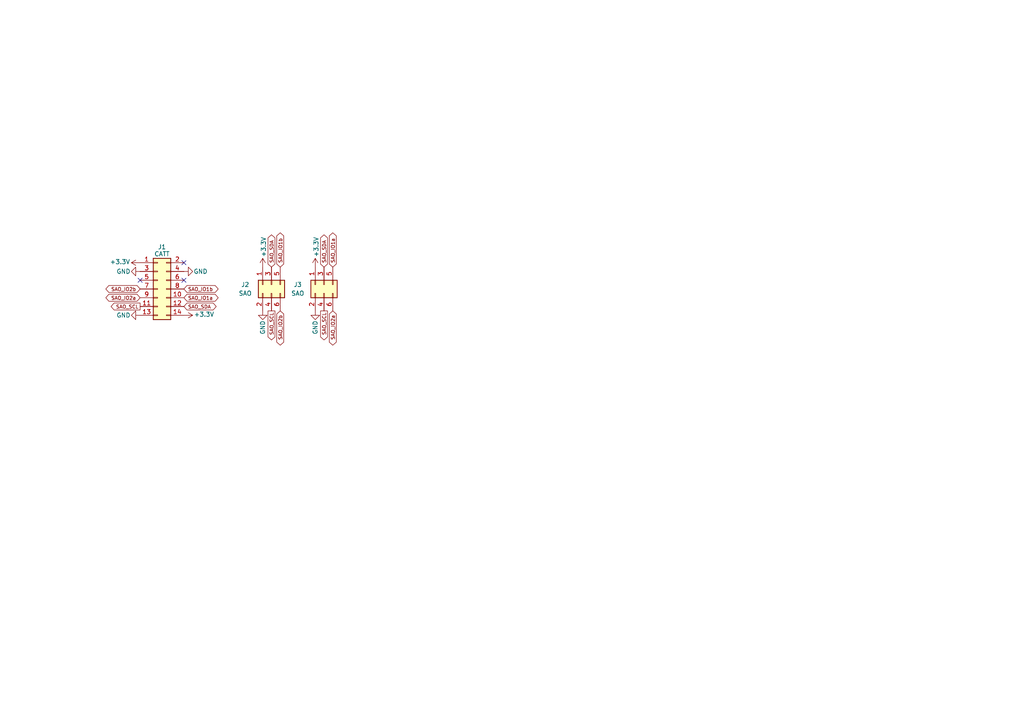
<source format=kicad_sch>
(kicad_sch (version 20250114) (generator "eeschema") (generator_version "9.0")
  (paper "A4")
  (title_block (title "CATT to SAO") (date "2024-11-12") (rev "0.1") (company "Nicolai Electronics") (comment 1 "License: CERN-OHL-P") (comment 2 "Copyright © 2025 Nicolai Electronics"))
  (lib_symbols
    (symbol "Connector_Generic:Conn_02x03_Odd_Even" (pin_names (offset 1.016) (hide yes))
      (property "Reference" "J" (at 1.27 5.08 0))
      (property "Value" "Conn_02x03_Odd_Even" (at 1.27 -5.08 0))
      (symbol "Conn_02x03_Odd_Even_1_1"
        (rectangle (start -1.27 3.81) (end 3.81 -3.81) (stroke (width 0.254)) (fill (type background)))
        (rectangle (start -1.27 2.667) (end 0 2.413) (stroke (width 0.1524)))
        (rectangle (start -1.27 0.127) (end 0 -0.127) (stroke (width 0.1524)))
        (rectangle (start -1.27 -2.413) (end 0 -2.667) (stroke (width 0.1524)))
        (rectangle (start 3.81 2.667) (end 2.54 2.413) (stroke (width 0.1524)))
        (rectangle (start 3.81 0.127) (end 2.54 -0.127) (stroke (width 0.1524)))
        (rectangle (start 3.81 -2.413) (end 2.54 -2.667) (stroke (width 0.1524)))
        (pin passive line (at -5.08 2.54 0) (length 3.81) (name "Pin_1") (number "1"))
        (pin passive line (at -5.08 0 0) (length 3.81) (name "Pin_3") (number "3"))
        (pin passive line (at -5.08 -2.54 0) (length 3.81) (name "Pin_5") (number "5"))
        (pin passive line (at 7.62 2.54 180) (length 3.81) (name "Pin_2") (number "2"))
        (pin passive line (at 7.62 0 180) (length 3.81) (name "Pin_4") (number "4"))
        (pin passive line (at 7.62 -2.54 180) (length 3.81) (name "Pin_6") (number "6"))
      )
    )
    (symbol "Connector_Generic:Conn_02x07_Odd_Even" (pin_names (offset 1.016) (hide yes))
      (property "Reference" "J" (at 1.27 10.16 0))
      (property "Value" "Conn_02x07_Odd_Even" (at 1.27 -10.16 0))
      (symbol "Conn_02x07_Odd_Even_1_1"
        (rectangle (start -1.27 8.89) (end 3.81 -8.89) (stroke (width 0.254)) (fill (type background)))
        (rectangle (start -1.27 7.747) (end 0 7.493) (stroke (width 0.1524)))
        (rectangle (start -1.27 5.207) (end 0 4.953) (stroke (width 0.1524)))
        (rectangle (start -1.27 2.667) (end 0 2.413) (stroke (width 0.1524)))
        (rectangle (start -1.27 0.127) (end 0 -0.127) (stroke (width 0.1524)))
        (rectangle (start -1.27 -2.413) (end 0 -2.667) (stroke (width 0.1524)))
        (rectangle (start -1.27 -4.953) (end 0 -5.207) (stroke (width 0.1524)))
        (rectangle (start -1.27 -7.493) (end 0 -7.747) (stroke (width 0.1524)))
        (rectangle (start 3.81 7.747) (end 2.54 7.493) (stroke (width 0.1524)))
        (rectangle (start 3.81 5.207) (end 2.54 4.953) (stroke (width 0.1524)))
        (rectangle (start 3.81 2.667) (end 2.54 2.413) (stroke (width 0.1524)))
        (rectangle (start 3.81 0.127) (end 2.54 -0.127) (stroke (width 0.1524)))
        (rectangle (start 3.81 -2.413) (end 2.54 -2.667) (stroke (width 0.1524)))
        (rectangle (start 3.81 -4.953) (end 2.54 -5.207) (stroke (width 0.1524)))
        (rectangle (start 3.81 -7.493) (end 2.54 -7.747) (stroke (width 0.1524)))
        (pin passive line (at -5.08 7.62 0) (length 3.81) (name "Pin_1") (number "1"))
        (pin passive line (at -5.08 5.08 0) (length 3.81) (name "Pin_3") (number "3"))
        (pin passive line (at -5.08 2.54 0) (length 3.81) (name "Pin_5") (number "5"))
        (pin passive line (at -5.08 0 0) (length 3.81) (name "Pin_7") (number "7"))
        (pin passive line (at -5.08 -2.54 0) (length 3.81) (name "Pin_9") (number "9"))
        (pin passive line (at -5.08 -5.08 0) (length 3.81) (name "Pin_11") (number "11"))
        (pin passive line (at -5.08 -7.62 0) (length 3.81) (name "Pin_13") (number "13"))
        (pin passive line (at 7.62 7.62 180) (length 3.81) (name "Pin_2") (number "2"))
        (pin passive line (at 7.62 5.08 180) (length 3.81) (name "Pin_4") (number "4"))
        (pin passive line (at 7.62 2.54 180) (length 3.81) (name "Pin_6") (number "6"))
        (pin passive line (at 7.62 0 180) (length 3.81) (name "Pin_8") (number "8"))
        (pin passive line (at 7.62 -2.54 180) (length 3.81) (name "Pin_10") (number "10"))
        (pin passive line (at 7.62 -5.08 180) (length 3.81) (name "Pin_12") (number "12"))
        (pin passive line (at 7.62 -7.62 180) (length 3.81) (name "Pin_14") (number "14"))
      )
    )
    (symbol "mch2021-rescue:GND-power" (power) (pin_names (offset 0))
      (property "Value" "GND-power" (at 0 -3.81 0))
      (symbol "GND-power_0_1"
        (polyline (pts (xy 0 0) (xy 0 -1.27) (xy 1.27 -1.27) (xy 0 -2.54) (xy -1.27 -1.27) (xy 0 -1.27)))
      )
      (symbol "GND-power_1_1"
        (pin power_in line (at 0 0 270) (length 0) (hide yes) (name "GND") (number "1"))
      )
    )
    (symbol "power:+3.3V" (power) (pin_names (offset 0))
      (property "Value" "+3.3V" (at 0 3.556 0))
      (symbol "+3.3V_0_1"
        (polyline (pts (xy -0.762 1.27) (xy 0 2.54)))
        (polyline (pts (xy 0 2.54) (xy 0.762 1.27)))
        (polyline (pts (xy 0 0) (xy 0 2.54)))
      )
      (symbol "+3.3V_1_1"
        (pin power_in line (at 0 0 90) (length 0) (hide yes) (name "+3.3V") (number "1"))
      )
    )
  )
  (no_connect (at 40.64 81.28))
  (no_connect (at 53.34 81.28))
  (no_connect (at 53.34 76.2))
  (global_label "SAO_IO1b" (shape bidirectional) (at 81.28 77.47 90) (effects (font (size 1.016 1.016))) (property "Intersheetrefs" "${INTERSHEET_REFS}" (effects (hide yes))))
  (global_label "SAO_IO2a" (shape bidirectional) (at 40.64 86.36 180) (effects (font (size 1.016 1.016))) (property "Intersheetrefs" "${INTERSHEET_REFS}" (effects (hide yes))))
  (global_label "SAO_IO1a" (shape bidirectional) (at 96.52 77.47 90) (effects (font (size 1.016 1.016))) (property "Intersheetrefs" "${INTERSHEET_REFS}" (effects (hide yes))))
  (global_label "SAO_SDA" (shape bidirectional) (at 53.34 88.9 0) (effects (font (size 1.016 1.016))) (property "Intersheetrefs" "${INTERSHEET_REFS}" (effects (hide yes))))
  (global_label "SAO_IO2a" (shape bidirectional) (at 96.52 90.17 270) (effects (font (size 1.016 1.016))) (property "Intersheetrefs" "${INTERSHEET_REFS}" (effects (hide yes))))
  (global_label "SAO_SDA" (shape bidirectional) (at 93.98 77.47 90) (effects (font (size 1.016 1.016))) (property "Intersheetrefs" "${INTERSHEET_REFS}" (effects (hide yes))))
  (global_label "SAO_SCL" (shape output) (at 40.64 88.9 180) (effects (font (size 1.016 1.016))) (property "Intersheetrefs" "${INTERSHEET_REFS}" (effects (hide yes))))
  (global_label "SAO_IO2b" (shape bidirectional) (at 40.64 83.82 180) (effects (font (size 1.016 1.016))) (property "Intersheetrefs" "${INTERSHEET_REFS}" (effects (hide yes))))
  (global_label "SAO_SCL" (shape output) (at 78.74 90.17 270) (effects (font (size 1.016 1.016))) (property "Intersheetrefs" "${INTERSHEET_REFS}" (effects (hide yes))))
  (global_label "SAO_IO1a" (shape bidirectional) (at 53.34 86.36 0) (effects (font (size 1.016 1.016))) (property "Intersheetrefs" "${INTERSHEET_REFS}" (effects (hide yes))))
  (global_label "SAO_IO2b" (shape bidirectional) (at 81.28 90.17 270) (effects (font (size 1.016 1.016))) (property "Intersheetrefs" "${INTERSHEET_REFS}" (effects (hide yes))))
  (global_label "SAO_SCL" (shape output) (at 93.98 90.17 270) (effects (font (size 1.016 1.016))) (property "Intersheetrefs" "${INTERSHEET_REFS}" (effects (hide yes))))
  (global_label "SAO_IO1b" (shape bidirectional) (at 53.34 83.82 0) (effects (font (size 1.016 1.016))) (property "Intersheetrefs" "${INTERSHEET_REFS}" (effects (hide yes))))
  (global_label "SAO_SDA" (shape bidirectional) (at 78.74 77.47 90) (effects (font (size 1.016 1.016))) (property "Intersheetrefs" "${INTERSHEET_REFS}" (effects (hide yes))))
  (symbol (lib_id "mch2021-rescue:GND-power") (at 40.64 78.74 270) (mirror x) (unit 1)
    (property "Reference" "#PWR04" (effects (hide yes)))
    (property "Value" "GND" (at 35.814 78.74 90))
  )
  (symbol (lib_id "mch2021-rescue:GND-power") (at 76.2 90.17 0) (mirror y) (unit 1)
    (property "Reference" "#PWR07" (effects (hide yes)))
    (property "Value" "GND" (at 76.2 94.996 90))
  )
  (symbol (lib_id "Connector_Generic:Conn_02x03_Odd_Even") (at 93.98 82.55 90) (mirror x) (unit 1)
    (property "Reference" "J3" (at 86.36 82.55 90))
    (property "Value" "SAO" (at 86.36 85.09 90))
    (property "Footprint" "Connector_PinSocket_2.54mm:PinSocket_2x03_P2.54mm_Vertical" (effects (hide yes)))
  )
  (symbol (lib_id "power:+3.3V") (at 76.2 77.47 0) (mirror y) (unit 1)
    (property "Reference" "#PWR01" (effects (hide yes)))
    (property "Value" "+3.3V" (at 76.454 71.628 90))
    (property "Description" "Power symbol creates a global label with name \"+3.3V\"" (effects (hide yes)))
  )
  (symbol (lib_id "power:+3.3V") (at 91.44 77.47 0) (mirror y) (unit 1)
    (property "Reference" "#PWR08" (effects (hide yes)))
    (property "Value" "+3.3V" (at 91.694 71.628 90))
    (property "Description" "Power symbol creates a global label with name \"+3.3V\"" (effects (hide yes)))
  )
  (symbol (lib_id "power:+3.3V") (at 40.64 76.2 90) (mirror x) (unit 1)
    (property "Reference" "#PWR02" (effects (hide yes)))
    (property "Value" "+3.3V" (at 34.798 75.946 90))
    (property "Description" "Power symbol creates a global label with name \"+3.3V\"" (effects (hide yes)))
  )
  (symbol (lib_id "Connector_Generic:Conn_02x03_Odd_Even") (at 78.74 82.55 90) (mirror x) (unit 1)
    (property "Reference" "J2" (at 71.12 82.55 90))
    (property "Value" "SAO" (at 71.12 85.09 90))
    (property "Footprint" "Connector_PinSocket_2.54mm:PinSocket_2x03_P2.54mm_Vertical" (effects (hide yes)))
  )
  (symbol (lib_id "power:+3.3V") (at 53.34 91.44 270) (unit 1)
    (property "Reference" "#PWR05" (effects (hide yes)))
    (property "Value" "+3.3V" (at 59.182 91.186 90))
    (property "Description" "Power symbol creates a global label with name \"+3.3V\"" (effects (hide yes)))
  )
  (symbol (lib_id "mch2021-rescue:GND-power") (at 40.64 91.44 270) (unit 1)
    (property "Reference" "#PWR06" (effects (hide yes)))
    (property "Value" "GND" (at 35.814 91.44 90))
  )
  (symbol (lib_id "Connector_Generic:Conn_02x07_Odd_Even") (at 45.72 83.82 0) (unit 1)
    (property "Reference" "J1" (at 46.99 71.628 0))
    (property "Value" "CATT" (at 46.99 73.66 0))
    (property "Footprint" "Connector_PinHeader_2.54mm:PinHeader_2x07_P2.54mm_Horizontal" (effects (hide yes)))
    (property "Datasheet" "https://www.lcsc.com/product-detail/Pin-Headers_Yxcon-P125-1207A0BR138A1_C19190502.html" (effects (hide yes)))
    (property "LCSC" "C19190502" (effects (hide yes)))
  )
  (symbol (lib_id "mch2021-rescue:GND-power") (at 53.34 78.74 90) (mirror x) (unit 1)
    (property "Reference" "#PWR03" (effects (hide yes)))
    (property "Value" "GND" (at 58.166 78.74 90))
  )
  (symbol (lib_id "mch2021-rescue:GND-power") (at 91.44 90.17 0) (mirror y) (unit 1)
    (property "Reference" "#PWR09" (effects (hide yes)))
    (property "Value" "GND" (at 91.44 94.996 90))
  )
)
</source>
